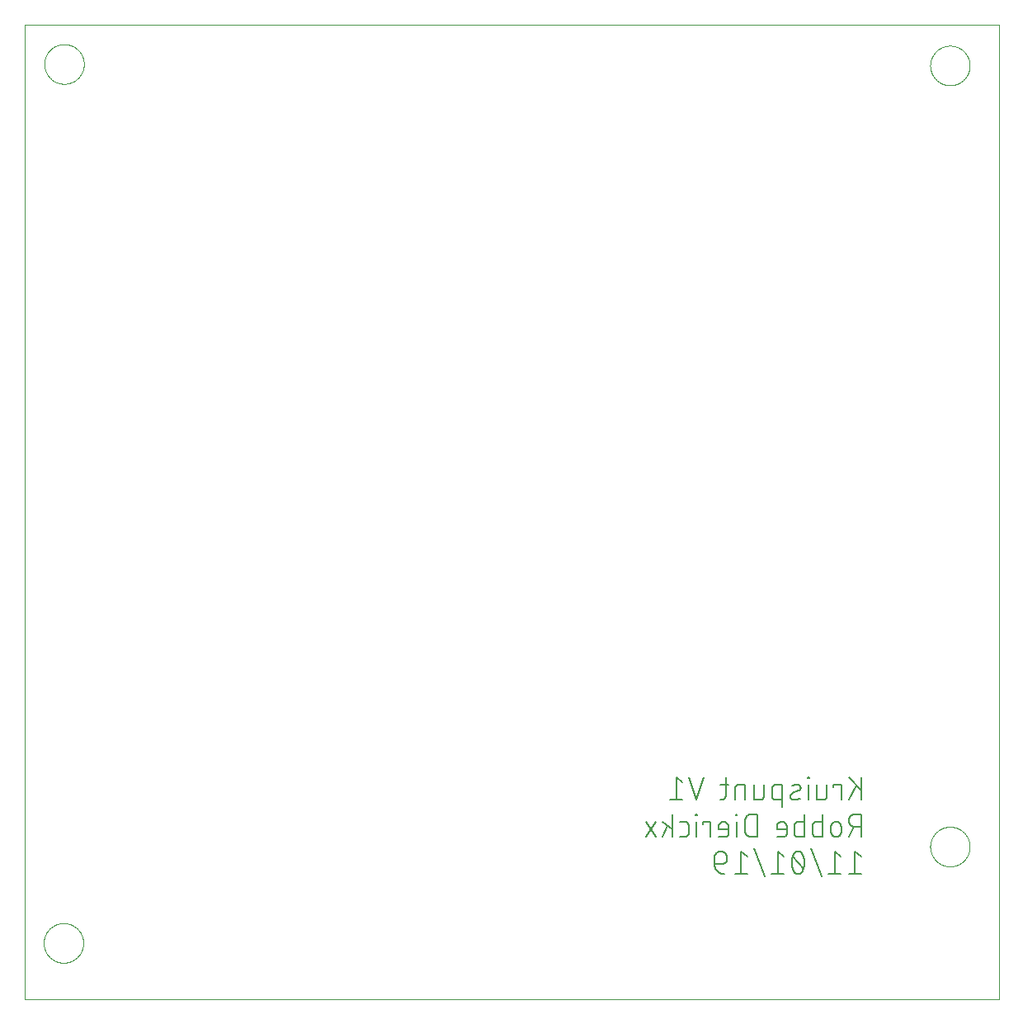
<source format=gbo>
G04 EAGLE Gerber X2 export*
%TF.Part,Single*%
%TF.FileFunction,Other,Silk bottom*%
%TF.FilePolarity,Positive*%
%TF.GenerationSoftware,Autodesk,EAGLE,9.1.2*%
%TF.CreationDate,2019-01-11T15:16:38Z*%
G75*
%MOMM*%
%FSLAX34Y34*%
%LPD*%
%AMOC8*
5,1,8,0,0,1.08239X$1,22.5*%
G01*
%ADD10C,0.000000*%
%ADD11C,0.203200*%


D10*
X0Y-187960D02*
X1000000Y-187960D01*
X1000000Y812700D01*
X0Y812700D01*
X0Y-187960D01*
D11*
X858984Y17216D02*
X858984Y40584D01*
X846002Y40584D02*
X858984Y26304D01*
X853791Y31496D02*
X846002Y17216D01*
X838283Y17216D02*
X838283Y32795D01*
X830493Y32795D01*
X830493Y30198D01*
X823731Y32795D02*
X823731Y21111D01*
X823732Y21111D02*
X823730Y20989D01*
X823724Y20866D01*
X823715Y20744D01*
X823701Y20623D01*
X823684Y20502D01*
X823663Y20381D01*
X823638Y20261D01*
X823610Y20142D01*
X823577Y20024D01*
X823541Y19907D01*
X823502Y19792D01*
X823458Y19677D01*
X823412Y19564D01*
X823361Y19453D01*
X823307Y19343D01*
X823250Y19235D01*
X823190Y19128D01*
X823126Y19024D01*
X823058Y18922D01*
X822988Y18822D01*
X822915Y18724D01*
X822838Y18628D01*
X822759Y18535D01*
X822676Y18445D01*
X822591Y18357D01*
X822503Y18272D01*
X822413Y18189D01*
X822320Y18110D01*
X822224Y18033D01*
X822126Y17960D01*
X822026Y17890D01*
X821924Y17822D01*
X821820Y17758D01*
X821713Y17698D01*
X821605Y17641D01*
X821495Y17587D01*
X821384Y17536D01*
X821271Y17490D01*
X821156Y17446D01*
X821041Y17407D01*
X820924Y17371D01*
X820806Y17338D01*
X820687Y17310D01*
X820567Y17285D01*
X820446Y17264D01*
X820325Y17247D01*
X820204Y17233D01*
X820082Y17224D01*
X819959Y17218D01*
X819837Y17216D01*
X813346Y17216D01*
X813346Y32795D01*
X804619Y32795D02*
X804619Y17216D01*
X805269Y39286D02*
X805269Y40584D01*
X803970Y40584D01*
X803970Y39286D01*
X805269Y39286D01*
X794642Y26304D02*
X788151Y23707D01*
X794642Y26304D02*
X794748Y26348D01*
X794853Y26397D01*
X794956Y26449D01*
X795057Y26504D01*
X795157Y26563D01*
X795254Y26625D01*
X795349Y26690D01*
X795441Y26759D01*
X795532Y26831D01*
X795619Y26905D01*
X795705Y26983D01*
X795787Y27064D01*
X795867Y27147D01*
X795943Y27233D01*
X796017Y27322D01*
X796088Y27413D01*
X796155Y27507D01*
X796219Y27603D01*
X796280Y27701D01*
X796338Y27800D01*
X796392Y27902D01*
X796442Y28006D01*
X796489Y28111D01*
X796533Y28218D01*
X796572Y28327D01*
X796608Y28436D01*
X796640Y28547D01*
X796669Y28659D01*
X796693Y28771D01*
X796714Y28885D01*
X796730Y28999D01*
X796743Y29114D01*
X796752Y29229D01*
X796757Y29344D01*
X796758Y29459D01*
X796755Y29574D01*
X796748Y29690D01*
X796737Y29804D01*
X796722Y29919D01*
X796703Y30032D01*
X796681Y30146D01*
X796654Y30258D01*
X796624Y30369D01*
X796590Y30479D01*
X796552Y30588D01*
X796511Y30696D01*
X796465Y30802D01*
X796416Y30906D01*
X796364Y31009D01*
X796308Y31110D01*
X796249Y31209D01*
X796186Y31306D01*
X796120Y31400D01*
X796051Y31493D01*
X795979Y31583D01*
X795904Y31670D01*
X795825Y31755D01*
X795744Y31837D01*
X795660Y31916D01*
X795574Y31992D01*
X795485Y32065D01*
X795393Y32135D01*
X795299Y32202D01*
X795203Y32266D01*
X795105Y32326D01*
X795005Y32383D01*
X794903Y32437D01*
X794799Y32487D01*
X794693Y32533D01*
X794586Y32576D01*
X794477Y32615D01*
X794368Y32650D01*
X794257Y32682D01*
X794145Y32710D01*
X794032Y32734D01*
X793918Y32754D01*
X793804Y32770D01*
X793690Y32782D01*
X793575Y32790D01*
X793459Y32794D01*
X793344Y32795D01*
X793344Y32794D02*
X792989Y32785D01*
X792635Y32767D01*
X792282Y32741D01*
X791929Y32706D01*
X791577Y32663D01*
X791226Y32611D01*
X790877Y32551D01*
X790529Y32482D01*
X790183Y32405D01*
X789839Y32320D01*
X789497Y32227D01*
X789158Y32125D01*
X788821Y32015D01*
X788486Y31898D01*
X788155Y31772D01*
X787827Y31638D01*
X787502Y31496D01*
X788151Y23707D02*
X788045Y23663D01*
X787940Y23614D01*
X787837Y23562D01*
X787736Y23507D01*
X787636Y23448D01*
X787539Y23386D01*
X787444Y23321D01*
X787352Y23252D01*
X787261Y23180D01*
X787174Y23106D01*
X787088Y23028D01*
X787006Y22947D01*
X786926Y22864D01*
X786850Y22778D01*
X786776Y22689D01*
X786705Y22598D01*
X786638Y22504D01*
X786574Y22408D01*
X786513Y22310D01*
X786455Y22211D01*
X786401Y22109D01*
X786351Y22005D01*
X786304Y21900D01*
X786260Y21793D01*
X786221Y21684D01*
X786185Y21575D01*
X786153Y21464D01*
X786124Y21352D01*
X786100Y21240D01*
X786079Y21126D01*
X786063Y21012D01*
X786050Y20897D01*
X786041Y20782D01*
X786036Y20667D01*
X786035Y20552D01*
X786038Y20437D01*
X786045Y20321D01*
X786056Y20207D01*
X786071Y20092D01*
X786090Y19979D01*
X786112Y19865D01*
X786139Y19753D01*
X786169Y19642D01*
X786203Y19532D01*
X786241Y19423D01*
X786282Y19315D01*
X786328Y19209D01*
X786377Y19105D01*
X786429Y19002D01*
X786485Y18901D01*
X786544Y18802D01*
X786607Y18705D01*
X786673Y18611D01*
X786742Y18518D01*
X786814Y18428D01*
X786889Y18341D01*
X786968Y18256D01*
X787049Y18174D01*
X787133Y18095D01*
X787219Y18019D01*
X787308Y17946D01*
X787400Y17876D01*
X787494Y17809D01*
X787590Y17745D01*
X787688Y17685D01*
X787788Y17628D01*
X787890Y17574D01*
X787994Y17524D01*
X788100Y17478D01*
X788207Y17435D01*
X788316Y17396D01*
X788425Y17361D01*
X788536Y17329D01*
X788648Y17301D01*
X788761Y17277D01*
X788875Y17257D01*
X788989Y17241D01*
X789103Y17229D01*
X789218Y17221D01*
X789334Y17217D01*
X789449Y17216D01*
X789970Y17230D01*
X790490Y17256D01*
X791009Y17294D01*
X791528Y17344D01*
X792045Y17407D01*
X792560Y17482D01*
X793073Y17569D01*
X793585Y17668D01*
X794093Y17780D01*
X794599Y17903D01*
X795102Y18038D01*
X795602Y18185D01*
X796098Y18344D01*
X796590Y18514D01*
X777747Y9427D02*
X777747Y32795D01*
X771256Y32795D01*
X771134Y32793D01*
X771011Y32787D01*
X770889Y32778D01*
X770768Y32764D01*
X770647Y32747D01*
X770526Y32726D01*
X770406Y32701D01*
X770287Y32673D01*
X770169Y32640D01*
X770052Y32604D01*
X769937Y32565D01*
X769822Y32521D01*
X769709Y32475D01*
X769598Y32424D01*
X769488Y32370D01*
X769380Y32313D01*
X769273Y32253D01*
X769169Y32189D01*
X769067Y32121D01*
X768967Y32051D01*
X768869Y31978D01*
X768773Y31901D01*
X768680Y31822D01*
X768590Y31739D01*
X768502Y31654D01*
X768417Y31566D01*
X768334Y31476D01*
X768255Y31383D01*
X768178Y31287D01*
X768105Y31189D01*
X768035Y31089D01*
X767967Y30987D01*
X767903Y30883D01*
X767843Y30776D01*
X767786Y30668D01*
X767732Y30558D01*
X767681Y30447D01*
X767635Y30334D01*
X767591Y30219D01*
X767552Y30104D01*
X767516Y29987D01*
X767483Y29869D01*
X767455Y29750D01*
X767430Y29630D01*
X767409Y29509D01*
X767392Y29388D01*
X767378Y29267D01*
X767369Y29145D01*
X767363Y29022D01*
X767361Y28900D01*
X767362Y28900D02*
X767362Y21111D01*
X767361Y21111D02*
X767363Y20989D01*
X767369Y20866D01*
X767378Y20744D01*
X767392Y20623D01*
X767409Y20502D01*
X767430Y20381D01*
X767455Y20261D01*
X767483Y20142D01*
X767516Y20024D01*
X767552Y19907D01*
X767591Y19792D01*
X767635Y19677D01*
X767681Y19564D01*
X767732Y19453D01*
X767786Y19343D01*
X767843Y19235D01*
X767903Y19128D01*
X767967Y19024D01*
X768035Y18922D01*
X768105Y18822D01*
X768178Y18724D01*
X768255Y18628D01*
X768334Y18535D01*
X768417Y18445D01*
X768502Y18357D01*
X768590Y18272D01*
X768680Y18189D01*
X768773Y18110D01*
X768869Y18033D01*
X768967Y17960D01*
X769067Y17890D01*
X769169Y17822D01*
X769273Y17758D01*
X769380Y17698D01*
X769488Y17641D01*
X769598Y17587D01*
X769709Y17536D01*
X769822Y17490D01*
X769937Y17446D01*
X770052Y17407D01*
X770169Y17371D01*
X770287Y17338D01*
X770406Y17310D01*
X770526Y17285D01*
X770647Y17264D01*
X770768Y17247D01*
X770889Y17233D01*
X771011Y17224D01*
X771134Y17218D01*
X771256Y17216D01*
X777747Y17216D01*
X759007Y21111D02*
X759007Y32795D01*
X759008Y21111D02*
X759006Y20989D01*
X759000Y20866D01*
X758991Y20744D01*
X758977Y20623D01*
X758960Y20502D01*
X758939Y20381D01*
X758914Y20261D01*
X758886Y20142D01*
X758853Y20024D01*
X758817Y19907D01*
X758778Y19792D01*
X758734Y19677D01*
X758688Y19564D01*
X758637Y19453D01*
X758583Y19343D01*
X758526Y19235D01*
X758466Y19128D01*
X758402Y19024D01*
X758334Y18922D01*
X758264Y18822D01*
X758191Y18724D01*
X758114Y18628D01*
X758035Y18535D01*
X757952Y18445D01*
X757867Y18357D01*
X757779Y18272D01*
X757689Y18189D01*
X757596Y18110D01*
X757500Y18033D01*
X757402Y17960D01*
X757302Y17890D01*
X757200Y17822D01*
X757096Y17758D01*
X756989Y17698D01*
X756881Y17641D01*
X756771Y17587D01*
X756660Y17536D01*
X756547Y17490D01*
X756432Y17446D01*
X756317Y17407D01*
X756200Y17371D01*
X756082Y17338D01*
X755963Y17310D01*
X755843Y17285D01*
X755722Y17264D01*
X755601Y17247D01*
X755480Y17233D01*
X755358Y17224D01*
X755235Y17218D01*
X755113Y17216D01*
X748622Y17216D01*
X748622Y32795D01*
X739521Y32795D02*
X739521Y17216D01*
X739521Y32795D02*
X733029Y32795D01*
X732907Y32793D01*
X732784Y32787D01*
X732662Y32778D01*
X732541Y32764D01*
X732420Y32747D01*
X732299Y32726D01*
X732179Y32701D01*
X732060Y32673D01*
X731942Y32640D01*
X731825Y32604D01*
X731710Y32565D01*
X731595Y32521D01*
X731482Y32475D01*
X731371Y32424D01*
X731261Y32370D01*
X731153Y32313D01*
X731046Y32253D01*
X730942Y32189D01*
X730840Y32121D01*
X730740Y32051D01*
X730642Y31978D01*
X730546Y31901D01*
X730453Y31822D01*
X730363Y31739D01*
X730275Y31654D01*
X730190Y31566D01*
X730107Y31476D01*
X730028Y31383D01*
X729951Y31287D01*
X729878Y31189D01*
X729808Y31089D01*
X729740Y30987D01*
X729676Y30883D01*
X729616Y30776D01*
X729559Y30668D01*
X729505Y30558D01*
X729454Y30447D01*
X729408Y30334D01*
X729364Y30219D01*
X729325Y30104D01*
X729289Y29987D01*
X729256Y29869D01*
X729228Y29750D01*
X729203Y29630D01*
X729182Y29509D01*
X729165Y29388D01*
X729151Y29267D01*
X729142Y29145D01*
X729136Y29022D01*
X729134Y28900D01*
X729135Y28900D02*
X729135Y17216D01*
X722299Y32795D02*
X714510Y32795D01*
X719703Y40584D02*
X719703Y21111D01*
X719701Y20989D01*
X719695Y20866D01*
X719686Y20744D01*
X719672Y20623D01*
X719655Y20502D01*
X719634Y20381D01*
X719609Y20261D01*
X719581Y20142D01*
X719548Y20024D01*
X719512Y19907D01*
X719473Y19792D01*
X719429Y19677D01*
X719383Y19564D01*
X719332Y19453D01*
X719278Y19343D01*
X719221Y19235D01*
X719161Y19128D01*
X719097Y19024D01*
X719029Y18922D01*
X718959Y18822D01*
X718886Y18724D01*
X718809Y18628D01*
X718730Y18535D01*
X718647Y18445D01*
X718562Y18357D01*
X718474Y18272D01*
X718384Y18189D01*
X718291Y18110D01*
X718195Y18033D01*
X718097Y17960D01*
X717997Y17890D01*
X717895Y17822D01*
X717791Y17758D01*
X717684Y17698D01*
X717576Y17641D01*
X717466Y17587D01*
X717355Y17536D01*
X717242Y17490D01*
X717127Y17446D01*
X717012Y17407D01*
X716895Y17371D01*
X716777Y17338D01*
X716658Y17310D01*
X716538Y17285D01*
X716417Y17264D01*
X716296Y17247D01*
X716175Y17233D01*
X716053Y17224D01*
X715930Y17218D01*
X715808Y17216D01*
X714510Y17216D01*
X689786Y17216D02*
X697576Y40584D01*
X681997Y40584D02*
X689786Y17216D01*
X675399Y35391D02*
X668908Y40584D01*
X668908Y17216D01*
X675399Y17216D02*
X662417Y17216D01*
X858984Y2484D02*
X858984Y-20884D01*
X858984Y2484D02*
X852493Y2484D01*
X852334Y2482D01*
X852175Y2476D01*
X852015Y2466D01*
X851857Y2453D01*
X851698Y2435D01*
X851541Y2414D01*
X851383Y2388D01*
X851227Y2359D01*
X851071Y2326D01*
X850916Y2289D01*
X850762Y2249D01*
X850609Y2204D01*
X850457Y2156D01*
X850306Y2105D01*
X850157Y2049D01*
X850009Y1990D01*
X849863Y1927D01*
X849718Y1861D01*
X849575Y1791D01*
X849433Y1718D01*
X849294Y1641D01*
X849156Y1561D01*
X849020Y1477D01*
X848887Y1390D01*
X848755Y1300D01*
X848626Y1207D01*
X848500Y1110D01*
X848375Y1011D01*
X848253Y908D01*
X848134Y803D01*
X848017Y694D01*
X847903Y583D01*
X847792Y469D01*
X847683Y352D01*
X847578Y233D01*
X847475Y111D01*
X847376Y-14D01*
X847279Y-140D01*
X847186Y-269D01*
X847096Y-401D01*
X847009Y-534D01*
X846925Y-670D01*
X846845Y-808D01*
X846768Y-947D01*
X846695Y-1089D01*
X846625Y-1232D01*
X846559Y-1377D01*
X846496Y-1523D01*
X846437Y-1671D01*
X846381Y-1820D01*
X846330Y-1971D01*
X846282Y-2123D01*
X846237Y-2276D01*
X846197Y-2430D01*
X846160Y-2585D01*
X846127Y-2741D01*
X846098Y-2897D01*
X846072Y-3055D01*
X846051Y-3212D01*
X846033Y-3371D01*
X846020Y-3529D01*
X846010Y-3689D01*
X846004Y-3848D01*
X846002Y-4007D01*
X846004Y-4166D01*
X846010Y-4325D01*
X846020Y-4485D01*
X846033Y-4643D01*
X846051Y-4802D01*
X846072Y-4959D01*
X846098Y-5117D01*
X846127Y-5273D01*
X846160Y-5429D01*
X846197Y-5584D01*
X846237Y-5738D01*
X846282Y-5891D01*
X846330Y-6043D01*
X846381Y-6194D01*
X846437Y-6343D01*
X846496Y-6491D01*
X846559Y-6637D01*
X846625Y-6782D01*
X846695Y-6925D01*
X846768Y-7067D01*
X846845Y-7206D01*
X846925Y-7344D01*
X847009Y-7480D01*
X847096Y-7613D01*
X847186Y-7745D01*
X847279Y-7874D01*
X847376Y-8000D01*
X847475Y-8125D01*
X847578Y-8247D01*
X847683Y-8366D01*
X847792Y-8483D01*
X847903Y-8597D01*
X848017Y-8708D01*
X848134Y-8817D01*
X848253Y-8922D01*
X848375Y-9025D01*
X848500Y-9124D01*
X848626Y-9221D01*
X848755Y-9314D01*
X848887Y-9404D01*
X849020Y-9491D01*
X849156Y-9575D01*
X849294Y-9655D01*
X849433Y-9732D01*
X849575Y-9805D01*
X849718Y-9875D01*
X849863Y-9941D01*
X850009Y-10004D01*
X850157Y-10063D01*
X850306Y-10119D01*
X850457Y-10170D01*
X850609Y-10218D01*
X850762Y-10263D01*
X850916Y-10303D01*
X851071Y-10340D01*
X851227Y-10373D01*
X851383Y-10402D01*
X851541Y-10428D01*
X851698Y-10449D01*
X851857Y-10467D01*
X852015Y-10480D01*
X852175Y-10490D01*
X852334Y-10496D01*
X852493Y-10498D01*
X858984Y-10498D01*
X851195Y-10498D02*
X846002Y-20884D01*
X838263Y-15691D02*
X838263Y-10498D01*
X838261Y-10355D01*
X838255Y-10212D01*
X838245Y-10069D01*
X838231Y-9927D01*
X838214Y-9785D01*
X838192Y-9643D01*
X838167Y-9502D01*
X838137Y-9362D01*
X838104Y-9223D01*
X838067Y-9085D01*
X838026Y-8948D01*
X837982Y-8812D01*
X837933Y-8677D01*
X837881Y-8544D01*
X837826Y-8412D01*
X837766Y-8282D01*
X837703Y-8153D01*
X837637Y-8026D01*
X837567Y-7902D01*
X837494Y-7779D01*
X837417Y-7658D01*
X837337Y-7539D01*
X837254Y-7423D01*
X837168Y-7308D01*
X837079Y-7197D01*
X836986Y-7087D01*
X836891Y-6981D01*
X836792Y-6877D01*
X836691Y-6776D01*
X836587Y-6677D01*
X836481Y-6582D01*
X836371Y-6489D01*
X836260Y-6400D01*
X836145Y-6314D01*
X836029Y-6231D01*
X835910Y-6151D01*
X835789Y-6074D01*
X835667Y-6001D01*
X835542Y-5931D01*
X835415Y-5865D01*
X835286Y-5802D01*
X835156Y-5742D01*
X835024Y-5687D01*
X834891Y-5635D01*
X834756Y-5586D01*
X834620Y-5542D01*
X834483Y-5501D01*
X834345Y-5464D01*
X834206Y-5431D01*
X834066Y-5401D01*
X833925Y-5376D01*
X833783Y-5354D01*
X833641Y-5337D01*
X833499Y-5323D01*
X833356Y-5313D01*
X833213Y-5307D01*
X833070Y-5305D01*
X832927Y-5307D01*
X832784Y-5313D01*
X832641Y-5323D01*
X832499Y-5337D01*
X832357Y-5354D01*
X832215Y-5376D01*
X832074Y-5401D01*
X831934Y-5431D01*
X831795Y-5464D01*
X831657Y-5501D01*
X831520Y-5542D01*
X831384Y-5586D01*
X831249Y-5635D01*
X831116Y-5687D01*
X830984Y-5742D01*
X830854Y-5802D01*
X830725Y-5865D01*
X830598Y-5931D01*
X830474Y-6001D01*
X830351Y-6074D01*
X830230Y-6151D01*
X830111Y-6231D01*
X829995Y-6314D01*
X829880Y-6400D01*
X829769Y-6489D01*
X829659Y-6582D01*
X829553Y-6677D01*
X829449Y-6776D01*
X829348Y-6877D01*
X829249Y-6981D01*
X829154Y-7087D01*
X829061Y-7197D01*
X828972Y-7308D01*
X828886Y-7423D01*
X828803Y-7539D01*
X828723Y-7658D01*
X828646Y-7779D01*
X828573Y-7901D01*
X828503Y-8026D01*
X828437Y-8153D01*
X828374Y-8282D01*
X828314Y-8412D01*
X828259Y-8544D01*
X828207Y-8677D01*
X828158Y-8812D01*
X828114Y-8948D01*
X828073Y-9085D01*
X828036Y-9223D01*
X828003Y-9362D01*
X827973Y-9502D01*
X827948Y-9643D01*
X827926Y-9785D01*
X827909Y-9927D01*
X827895Y-10069D01*
X827885Y-10212D01*
X827879Y-10355D01*
X827877Y-10498D01*
X827877Y-15691D01*
X827879Y-15834D01*
X827885Y-15977D01*
X827895Y-16120D01*
X827909Y-16262D01*
X827926Y-16404D01*
X827948Y-16546D01*
X827973Y-16687D01*
X828003Y-16827D01*
X828036Y-16966D01*
X828073Y-17104D01*
X828114Y-17241D01*
X828158Y-17377D01*
X828207Y-17512D01*
X828259Y-17645D01*
X828314Y-17777D01*
X828374Y-17907D01*
X828437Y-18036D01*
X828503Y-18163D01*
X828573Y-18287D01*
X828646Y-18410D01*
X828723Y-18531D01*
X828803Y-18650D01*
X828886Y-18766D01*
X828972Y-18881D01*
X829061Y-18992D01*
X829154Y-19102D01*
X829249Y-19208D01*
X829348Y-19312D01*
X829449Y-19413D01*
X829553Y-19512D01*
X829659Y-19607D01*
X829769Y-19700D01*
X829880Y-19789D01*
X829995Y-19875D01*
X830111Y-19958D01*
X830230Y-20038D01*
X830351Y-20115D01*
X830474Y-20188D01*
X830598Y-20258D01*
X830725Y-20324D01*
X830854Y-20387D01*
X830984Y-20447D01*
X831116Y-20502D01*
X831249Y-20554D01*
X831384Y-20603D01*
X831520Y-20647D01*
X831657Y-20688D01*
X831795Y-20725D01*
X831934Y-20758D01*
X832074Y-20788D01*
X832215Y-20813D01*
X832357Y-20835D01*
X832499Y-20852D01*
X832641Y-20866D01*
X832784Y-20876D01*
X832927Y-20882D01*
X833070Y-20884D01*
X833213Y-20882D01*
X833356Y-20876D01*
X833499Y-20866D01*
X833641Y-20852D01*
X833783Y-20835D01*
X833925Y-20813D01*
X834066Y-20788D01*
X834206Y-20758D01*
X834345Y-20725D01*
X834483Y-20688D01*
X834620Y-20647D01*
X834756Y-20603D01*
X834891Y-20554D01*
X835024Y-20502D01*
X835156Y-20447D01*
X835286Y-20387D01*
X835415Y-20324D01*
X835542Y-20258D01*
X835666Y-20188D01*
X835789Y-20115D01*
X835910Y-20038D01*
X836029Y-19958D01*
X836145Y-19875D01*
X836260Y-19789D01*
X836371Y-19700D01*
X836481Y-19607D01*
X836587Y-19512D01*
X836691Y-19413D01*
X836792Y-19312D01*
X836891Y-19208D01*
X836986Y-19102D01*
X837079Y-18992D01*
X837168Y-18881D01*
X837254Y-18766D01*
X837337Y-18650D01*
X837417Y-18531D01*
X837494Y-18410D01*
X837567Y-18288D01*
X837637Y-18163D01*
X837703Y-18036D01*
X837766Y-17907D01*
X837826Y-17777D01*
X837881Y-17645D01*
X837933Y-17512D01*
X837982Y-17377D01*
X838026Y-17241D01*
X838067Y-17104D01*
X838104Y-16966D01*
X838137Y-16827D01*
X838167Y-16687D01*
X838192Y-16546D01*
X838214Y-16404D01*
X838231Y-16262D01*
X838245Y-16120D01*
X838255Y-15977D01*
X838261Y-15834D01*
X838263Y-15691D01*
X819421Y-20884D02*
X819421Y2484D01*
X819421Y-20884D02*
X812930Y-20884D01*
X812808Y-20882D01*
X812685Y-20876D01*
X812563Y-20867D01*
X812442Y-20853D01*
X812321Y-20836D01*
X812200Y-20815D01*
X812080Y-20790D01*
X811961Y-20762D01*
X811843Y-20729D01*
X811726Y-20693D01*
X811611Y-20654D01*
X811496Y-20610D01*
X811383Y-20564D01*
X811272Y-20513D01*
X811162Y-20459D01*
X811054Y-20402D01*
X810947Y-20342D01*
X810843Y-20278D01*
X810741Y-20210D01*
X810641Y-20140D01*
X810543Y-20067D01*
X810447Y-19990D01*
X810354Y-19911D01*
X810264Y-19828D01*
X810176Y-19743D01*
X810091Y-19655D01*
X810008Y-19565D01*
X809929Y-19472D01*
X809852Y-19376D01*
X809779Y-19278D01*
X809709Y-19178D01*
X809641Y-19076D01*
X809577Y-18972D01*
X809517Y-18865D01*
X809460Y-18757D01*
X809406Y-18647D01*
X809355Y-18536D01*
X809309Y-18423D01*
X809265Y-18308D01*
X809226Y-18193D01*
X809190Y-18076D01*
X809157Y-17958D01*
X809129Y-17839D01*
X809104Y-17719D01*
X809083Y-17598D01*
X809066Y-17477D01*
X809052Y-17356D01*
X809043Y-17234D01*
X809037Y-17111D01*
X809035Y-16989D01*
X809035Y-9200D01*
X809037Y-9078D01*
X809043Y-8955D01*
X809052Y-8833D01*
X809066Y-8712D01*
X809083Y-8591D01*
X809104Y-8470D01*
X809129Y-8350D01*
X809157Y-8231D01*
X809190Y-8113D01*
X809226Y-7996D01*
X809265Y-7881D01*
X809309Y-7766D01*
X809355Y-7653D01*
X809406Y-7542D01*
X809460Y-7432D01*
X809517Y-7324D01*
X809577Y-7217D01*
X809641Y-7113D01*
X809709Y-7011D01*
X809779Y-6911D01*
X809852Y-6813D01*
X809929Y-6717D01*
X810008Y-6624D01*
X810091Y-6534D01*
X810176Y-6446D01*
X810264Y-6361D01*
X810354Y-6278D01*
X810447Y-6199D01*
X810543Y-6122D01*
X810641Y-6049D01*
X810741Y-5979D01*
X810843Y-5911D01*
X810947Y-5847D01*
X811054Y-5787D01*
X811162Y-5730D01*
X811272Y-5676D01*
X811383Y-5625D01*
X811496Y-5579D01*
X811611Y-5535D01*
X811726Y-5496D01*
X811843Y-5460D01*
X811961Y-5427D01*
X812080Y-5399D01*
X812200Y-5374D01*
X812321Y-5353D01*
X812442Y-5336D01*
X812563Y-5322D01*
X812685Y-5313D01*
X812808Y-5307D01*
X812930Y-5305D01*
X819421Y-5305D01*
X800630Y2484D02*
X800630Y-20884D01*
X794139Y-20884D01*
X794017Y-20882D01*
X793894Y-20876D01*
X793772Y-20867D01*
X793651Y-20853D01*
X793530Y-20836D01*
X793409Y-20815D01*
X793289Y-20790D01*
X793170Y-20762D01*
X793052Y-20729D01*
X792935Y-20693D01*
X792820Y-20654D01*
X792705Y-20610D01*
X792592Y-20564D01*
X792481Y-20513D01*
X792371Y-20459D01*
X792263Y-20402D01*
X792156Y-20342D01*
X792052Y-20278D01*
X791950Y-20210D01*
X791850Y-20140D01*
X791752Y-20067D01*
X791656Y-19990D01*
X791563Y-19911D01*
X791473Y-19828D01*
X791385Y-19743D01*
X791300Y-19655D01*
X791217Y-19565D01*
X791138Y-19472D01*
X791061Y-19376D01*
X790988Y-19278D01*
X790918Y-19178D01*
X790850Y-19076D01*
X790786Y-18972D01*
X790726Y-18865D01*
X790669Y-18757D01*
X790615Y-18647D01*
X790564Y-18536D01*
X790518Y-18423D01*
X790474Y-18308D01*
X790435Y-18193D01*
X790399Y-18076D01*
X790366Y-17958D01*
X790338Y-17839D01*
X790313Y-17719D01*
X790292Y-17598D01*
X790275Y-17477D01*
X790261Y-17356D01*
X790252Y-17234D01*
X790246Y-17111D01*
X790244Y-16989D01*
X790244Y-9200D01*
X790246Y-9078D01*
X790252Y-8955D01*
X790261Y-8833D01*
X790275Y-8712D01*
X790292Y-8591D01*
X790313Y-8470D01*
X790338Y-8350D01*
X790366Y-8231D01*
X790399Y-8113D01*
X790435Y-7996D01*
X790474Y-7881D01*
X790518Y-7766D01*
X790564Y-7653D01*
X790615Y-7542D01*
X790669Y-7432D01*
X790726Y-7324D01*
X790786Y-7217D01*
X790850Y-7113D01*
X790918Y-7011D01*
X790988Y-6911D01*
X791061Y-6813D01*
X791138Y-6717D01*
X791217Y-6624D01*
X791300Y-6534D01*
X791385Y-6446D01*
X791473Y-6361D01*
X791563Y-6278D01*
X791656Y-6199D01*
X791752Y-6122D01*
X791850Y-6049D01*
X791950Y-5979D01*
X792052Y-5911D01*
X792156Y-5847D01*
X792263Y-5787D01*
X792371Y-5730D01*
X792481Y-5676D01*
X792592Y-5625D01*
X792705Y-5579D01*
X792820Y-5535D01*
X792935Y-5496D01*
X793052Y-5460D01*
X793170Y-5427D01*
X793289Y-5399D01*
X793409Y-5374D01*
X793530Y-5353D01*
X793651Y-5336D01*
X793772Y-5322D01*
X793894Y-5313D01*
X794017Y-5307D01*
X794139Y-5305D01*
X800630Y-5305D01*
X778691Y-20884D02*
X772200Y-20884D01*
X778691Y-20884D02*
X778813Y-20882D01*
X778936Y-20876D01*
X779058Y-20867D01*
X779179Y-20853D01*
X779300Y-20836D01*
X779421Y-20815D01*
X779541Y-20790D01*
X779660Y-20762D01*
X779778Y-20729D01*
X779895Y-20693D01*
X780010Y-20654D01*
X780125Y-20610D01*
X780238Y-20564D01*
X780349Y-20513D01*
X780459Y-20459D01*
X780567Y-20402D01*
X780674Y-20342D01*
X780778Y-20278D01*
X780880Y-20210D01*
X780980Y-20140D01*
X781078Y-20067D01*
X781174Y-19990D01*
X781267Y-19911D01*
X781357Y-19828D01*
X781445Y-19743D01*
X781530Y-19655D01*
X781613Y-19565D01*
X781692Y-19472D01*
X781769Y-19376D01*
X781842Y-19278D01*
X781912Y-19178D01*
X781980Y-19076D01*
X782044Y-18972D01*
X782104Y-18865D01*
X782161Y-18757D01*
X782215Y-18647D01*
X782266Y-18536D01*
X782312Y-18423D01*
X782356Y-18308D01*
X782395Y-18193D01*
X782431Y-18076D01*
X782464Y-17958D01*
X782492Y-17839D01*
X782517Y-17719D01*
X782538Y-17598D01*
X782555Y-17477D01*
X782569Y-17356D01*
X782578Y-17234D01*
X782584Y-17111D01*
X782586Y-16989D01*
X782586Y-10498D01*
X782584Y-10355D01*
X782578Y-10212D01*
X782568Y-10069D01*
X782554Y-9927D01*
X782537Y-9785D01*
X782515Y-9643D01*
X782490Y-9502D01*
X782460Y-9362D01*
X782427Y-9223D01*
X782390Y-9085D01*
X782349Y-8948D01*
X782305Y-8812D01*
X782256Y-8677D01*
X782204Y-8544D01*
X782149Y-8412D01*
X782089Y-8282D01*
X782026Y-8153D01*
X781960Y-8026D01*
X781890Y-7902D01*
X781817Y-7779D01*
X781740Y-7658D01*
X781660Y-7539D01*
X781577Y-7423D01*
X781491Y-7308D01*
X781402Y-7197D01*
X781309Y-7087D01*
X781214Y-6981D01*
X781115Y-6877D01*
X781014Y-6776D01*
X780910Y-6677D01*
X780804Y-6582D01*
X780694Y-6489D01*
X780583Y-6400D01*
X780468Y-6314D01*
X780352Y-6231D01*
X780233Y-6151D01*
X780112Y-6074D01*
X779990Y-6001D01*
X779865Y-5931D01*
X779738Y-5865D01*
X779609Y-5802D01*
X779479Y-5742D01*
X779347Y-5687D01*
X779214Y-5635D01*
X779079Y-5586D01*
X778943Y-5542D01*
X778806Y-5501D01*
X778668Y-5464D01*
X778529Y-5431D01*
X778389Y-5401D01*
X778248Y-5376D01*
X778106Y-5354D01*
X777964Y-5337D01*
X777822Y-5323D01*
X777679Y-5313D01*
X777536Y-5307D01*
X777393Y-5305D01*
X777250Y-5307D01*
X777107Y-5313D01*
X776964Y-5323D01*
X776822Y-5337D01*
X776680Y-5354D01*
X776538Y-5376D01*
X776397Y-5401D01*
X776257Y-5431D01*
X776118Y-5464D01*
X775980Y-5501D01*
X775843Y-5542D01*
X775707Y-5586D01*
X775572Y-5635D01*
X775439Y-5687D01*
X775307Y-5742D01*
X775177Y-5802D01*
X775048Y-5865D01*
X774921Y-5931D01*
X774797Y-6001D01*
X774674Y-6074D01*
X774553Y-6151D01*
X774434Y-6231D01*
X774318Y-6314D01*
X774203Y-6400D01*
X774092Y-6489D01*
X773982Y-6582D01*
X773876Y-6677D01*
X773772Y-6776D01*
X773671Y-6877D01*
X773572Y-6981D01*
X773477Y-7087D01*
X773384Y-7197D01*
X773295Y-7308D01*
X773209Y-7423D01*
X773126Y-7539D01*
X773046Y-7658D01*
X772969Y-7779D01*
X772896Y-7901D01*
X772826Y-8026D01*
X772760Y-8153D01*
X772697Y-8282D01*
X772637Y-8412D01*
X772582Y-8544D01*
X772530Y-8677D01*
X772481Y-8812D01*
X772437Y-8948D01*
X772396Y-9085D01*
X772359Y-9223D01*
X772326Y-9362D01*
X772296Y-9502D01*
X772271Y-9643D01*
X772249Y-9785D01*
X772232Y-9927D01*
X772218Y-10069D01*
X772208Y-10212D01*
X772202Y-10355D01*
X772200Y-10498D01*
X772200Y-13095D01*
X782586Y-13095D01*
X752566Y-20884D02*
X752566Y2484D01*
X746075Y2484D01*
X745916Y2482D01*
X745757Y2476D01*
X745597Y2466D01*
X745439Y2453D01*
X745280Y2435D01*
X745123Y2414D01*
X744965Y2388D01*
X744809Y2359D01*
X744653Y2326D01*
X744498Y2289D01*
X744344Y2249D01*
X744191Y2204D01*
X744039Y2156D01*
X743888Y2105D01*
X743739Y2049D01*
X743591Y1990D01*
X743445Y1927D01*
X743300Y1861D01*
X743157Y1791D01*
X743015Y1718D01*
X742876Y1641D01*
X742738Y1561D01*
X742602Y1477D01*
X742469Y1390D01*
X742337Y1300D01*
X742208Y1207D01*
X742082Y1110D01*
X741957Y1011D01*
X741835Y908D01*
X741716Y803D01*
X741599Y694D01*
X741485Y583D01*
X741374Y469D01*
X741265Y352D01*
X741160Y233D01*
X741057Y111D01*
X740958Y-14D01*
X740861Y-140D01*
X740768Y-269D01*
X740678Y-401D01*
X740591Y-534D01*
X740507Y-670D01*
X740427Y-808D01*
X740350Y-947D01*
X740277Y-1089D01*
X740207Y-1232D01*
X740141Y-1377D01*
X740078Y-1523D01*
X740019Y-1671D01*
X739963Y-1820D01*
X739912Y-1971D01*
X739864Y-2123D01*
X739819Y-2276D01*
X739779Y-2430D01*
X739742Y-2585D01*
X739709Y-2741D01*
X739680Y-2897D01*
X739654Y-3055D01*
X739633Y-3212D01*
X739615Y-3371D01*
X739602Y-3529D01*
X739592Y-3689D01*
X739586Y-3848D01*
X739584Y-4007D01*
X739584Y-14393D01*
X739586Y-14552D01*
X739592Y-14711D01*
X739602Y-14871D01*
X739615Y-15029D01*
X739633Y-15188D01*
X739654Y-15345D01*
X739680Y-15503D01*
X739709Y-15659D01*
X739742Y-15815D01*
X739779Y-15970D01*
X739819Y-16124D01*
X739864Y-16277D01*
X739912Y-16429D01*
X739963Y-16580D01*
X740019Y-16729D01*
X740078Y-16877D01*
X740141Y-17023D01*
X740207Y-17168D01*
X740277Y-17311D01*
X740350Y-17453D01*
X740427Y-17592D01*
X740507Y-17730D01*
X740591Y-17866D01*
X740678Y-17999D01*
X740768Y-18131D01*
X740861Y-18260D01*
X740958Y-18386D01*
X741057Y-18511D01*
X741160Y-18633D01*
X741265Y-18752D01*
X741374Y-18869D01*
X741485Y-18983D01*
X741599Y-19094D01*
X741716Y-19203D01*
X741835Y-19308D01*
X741957Y-19411D01*
X742082Y-19510D01*
X742208Y-19607D01*
X742337Y-19700D01*
X742469Y-19790D01*
X742602Y-19877D01*
X742738Y-19961D01*
X742876Y-20041D01*
X743015Y-20118D01*
X743157Y-20191D01*
X743300Y-20261D01*
X743445Y-20327D01*
X743591Y-20390D01*
X743739Y-20449D01*
X743888Y-20505D01*
X744039Y-20556D01*
X744191Y-20605D01*
X744344Y-20649D01*
X744498Y-20689D01*
X744653Y-20726D01*
X744809Y-20759D01*
X744965Y-20788D01*
X745123Y-20814D01*
X745280Y-20835D01*
X745439Y-20853D01*
X745598Y-20866D01*
X745757Y-20876D01*
X745916Y-20882D01*
X746075Y-20884D01*
X752566Y-20884D01*
X730764Y-20884D02*
X730764Y-5305D01*
X731413Y1186D02*
X731413Y2484D01*
X730115Y2484D01*
X730115Y1186D01*
X731413Y1186D01*
X718839Y-20884D02*
X712348Y-20884D01*
X718839Y-20884D02*
X718961Y-20882D01*
X719084Y-20876D01*
X719206Y-20867D01*
X719327Y-20853D01*
X719448Y-20836D01*
X719569Y-20815D01*
X719689Y-20790D01*
X719808Y-20762D01*
X719926Y-20729D01*
X720043Y-20693D01*
X720158Y-20654D01*
X720273Y-20610D01*
X720386Y-20564D01*
X720497Y-20513D01*
X720607Y-20459D01*
X720715Y-20402D01*
X720822Y-20342D01*
X720926Y-20278D01*
X721028Y-20210D01*
X721128Y-20140D01*
X721226Y-20067D01*
X721322Y-19990D01*
X721415Y-19911D01*
X721505Y-19828D01*
X721593Y-19743D01*
X721678Y-19655D01*
X721761Y-19565D01*
X721840Y-19472D01*
X721917Y-19376D01*
X721990Y-19278D01*
X722060Y-19178D01*
X722128Y-19076D01*
X722192Y-18972D01*
X722252Y-18865D01*
X722309Y-18757D01*
X722363Y-18647D01*
X722414Y-18536D01*
X722460Y-18423D01*
X722504Y-18308D01*
X722543Y-18193D01*
X722579Y-18076D01*
X722612Y-17958D01*
X722640Y-17839D01*
X722665Y-17719D01*
X722686Y-17598D01*
X722703Y-17477D01*
X722717Y-17356D01*
X722726Y-17234D01*
X722732Y-17111D01*
X722734Y-16989D01*
X722734Y-10498D01*
X722732Y-10355D01*
X722726Y-10212D01*
X722716Y-10069D01*
X722702Y-9927D01*
X722685Y-9785D01*
X722663Y-9643D01*
X722638Y-9502D01*
X722608Y-9362D01*
X722575Y-9223D01*
X722538Y-9085D01*
X722497Y-8948D01*
X722453Y-8812D01*
X722404Y-8677D01*
X722352Y-8544D01*
X722297Y-8412D01*
X722237Y-8282D01*
X722174Y-8153D01*
X722108Y-8026D01*
X722038Y-7902D01*
X721965Y-7779D01*
X721888Y-7658D01*
X721808Y-7539D01*
X721725Y-7423D01*
X721639Y-7308D01*
X721550Y-7197D01*
X721457Y-7087D01*
X721362Y-6981D01*
X721263Y-6877D01*
X721162Y-6776D01*
X721058Y-6677D01*
X720952Y-6582D01*
X720842Y-6489D01*
X720731Y-6400D01*
X720616Y-6314D01*
X720500Y-6231D01*
X720381Y-6151D01*
X720260Y-6074D01*
X720138Y-6001D01*
X720013Y-5931D01*
X719886Y-5865D01*
X719757Y-5802D01*
X719627Y-5742D01*
X719495Y-5687D01*
X719362Y-5635D01*
X719227Y-5586D01*
X719091Y-5542D01*
X718954Y-5501D01*
X718816Y-5464D01*
X718677Y-5431D01*
X718537Y-5401D01*
X718396Y-5376D01*
X718254Y-5354D01*
X718112Y-5337D01*
X717970Y-5323D01*
X717827Y-5313D01*
X717684Y-5307D01*
X717541Y-5305D01*
X717398Y-5307D01*
X717255Y-5313D01*
X717112Y-5323D01*
X716970Y-5337D01*
X716828Y-5354D01*
X716686Y-5376D01*
X716545Y-5401D01*
X716405Y-5431D01*
X716266Y-5464D01*
X716128Y-5501D01*
X715991Y-5542D01*
X715855Y-5586D01*
X715720Y-5635D01*
X715587Y-5687D01*
X715455Y-5742D01*
X715325Y-5802D01*
X715196Y-5865D01*
X715069Y-5931D01*
X714945Y-6001D01*
X714822Y-6074D01*
X714701Y-6151D01*
X714582Y-6231D01*
X714466Y-6314D01*
X714351Y-6400D01*
X714240Y-6489D01*
X714130Y-6582D01*
X714024Y-6677D01*
X713920Y-6776D01*
X713819Y-6877D01*
X713720Y-6981D01*
X713625Y-7087D01*
X713532Y-7197D01*
X713443Y-7308D01*
X713357Y-7423D01*
X713274Y-7539D01*
X713194Y-7658D01*
X713117Y-7779D01*
X713044Y-7901D01*
X712974Y-8026D01*
X712908Y-8153D01*
X712845Y-8282D01*
X712785Y-8412D01*
X712730Y-8544D01*
X712678Y-8677D01*
X712629Y-8812D01*
X712585Y-8948D01*
X712544Y-9085D01*
X712507Y-9223D01*
X712474Y-9362D01*
X712444Y-9502D01*
X712419Y-9643D01*
X712397Y-9785D01*
X712380Y-9927D01*
X712366Y-10069D01*
X712356Y-10212D01*
X712350Y-10355D01*
X712348Y-10498D01*
X712348Y-13095D01*
X722734Y-13095D01*
X703879Y-20884D02*
X703879Y-5305D01*
X696090Y-5305D01*
X696090Y-7902D01*
X689702Y-5305D02*
X689702Y-20884D01*
X690352Y1186D02*
X690352Y2484D01*
X689053Y2484D01*
X689053Y1186D01*
X690352Y1186D01*
X677763Y-20884D02*
X672570Y-20884D01*
X677763Y-20884D02*
X677885Y-20882D01*
X678008Y-20876D01*
X678130Y-20867D01*
X678251Y-20853D01*
X678372Y-20836D01*
X678493Y-20815D01*
X678613Y-20790D01*
X678732Y-20762D01*
X678850Y-20729D01*
X678967Y-20693D01*
X679082Y-20654D01*
X679197Y-20610D01*
X679310Y-20564D01*
X679421Y-20513D01*
X679531Y-20459D01*
X679639Y-20402D01*
X679746Y-20342D01*
X679850Y-20278D01*
X679952Y-20210D01*
X680052Y-20140D01*
X680150Y-20067D01*
X680246Y-19990D01*
X680339Y-19911D01*
X680429Y-19828D01*
X680517Y-19743D01*
X680602Y-19655D01*
X680685Y-19565D01*
X680764Y-19472D01*
X680841Y-19376D01*
X680914Y-19278D01*
X680984Y-19178D01*
X681052Y-19076D01*
X681116Y-18972D01*
X681176Y-18865D01*
X681233Y-18757D01*
X681287Y-18647D01*
X681338Y-18536D01*
X681384Y-18423D01*
X681428Y-18308D01*
X681467Y-18193D01*
X681503Y-18076D01*
X681536Y-17958D01*
X681564Y-17839D01*
X681589Y-17719D01*
X681610Y-17598D01*
X681627Y-17477D01*
X681641Y-17356D01*
X681650Y-17234D01*
X681656Y-17111D01*
X681658Y-16989D01*
X681658Y-9200D01*
X681656Y-9078D01*
X681650Y-8955D01*
X681641Y-8833D01*
X681627Y-8712D01*
X681610Y-8591D01*
X681589Y-8470D01*
X681564Y-8350D01*
X681536Y-8231D01*
X681503Y-8113D01*
X681467Y-7996D01*
X681428Y-7881D01*
X681384Y-7766D01*
X681338Y-7653D01*
X681287Y-7542D01*
X681233Y-7432D01*
X681176Y-7324D01*
X681116Y-7217D01*
X681052Y-7113D01*
X680984Y-7011D01*
X680914Y-6911D01*
X680841Y-6813D01*
X680764Y-6717D01*
X680685Y-6624D01*
X680602Y-6534D01*
X680517Y-6446D01*
X680429Y-6361D01*
X680339Y-6278D01*
X680246Y-6199D01*
X680150Y-6122D01*
X680052Y-6049D01*
X679952Y-5979D01*
X679850Y-5911D01*
X679746Y-5847D01*
X679639Y-5787D01*
X679531Y-5730D01*
X679421Y-5676D01*
X679310Y-5625D01*
X679197Y-5579D01*
X679082Y-5535D01*
X678967Y-5496D01*
X678850Y-5460D01*
X678732Y-5427D01*
X678613Y-5399D01*
X678493Y-5374D01*
X678372Y-5353D01*
X678251Y-5336D01*
X678130Y-5322D01*
X678008Y-5313D01*
X677885Y-5307D01*
X677763Y-5305D01*
X672570Y-5305D01*
X664851Y2484D02*
X664851Y-20884D01*
X664851Y-13095D02*
X654465Y-5305D01*
X660307Y-9849D02*
X654465Y-20884D01*
X648266Y-20884D02*
X637880Y-5305D01*
X648266Y-5305D02*
X637880Y-20884D01*
X852493Y-35616D02*
X858984Y-40809D01*
X852493Y-35616D02*
X852493Y-58984D01*
X858984Y-58984D02*
X846002Y-58984D01*
X838105Y-40809D02*
X831614Y-35616D01*
X831614Y-58984D01*
X838105Y-58984D02*
X825123Y-58984D01*
X818016Y-61580D02*
X807630Y-33020D01*
X798576Y-38862D02*
X798772Y-39277D01*
X798959Y-39697D01*
X799135Y-40122D01*
X799301Y-40551D01*
X799457Y-40983D01*
X799603Y-41419D01*
X799738Y-41858D01*
X799863Y-42301D01*
X799977Y-42746D01*
X800080Y-43194D01*
X800173Y-43644D01*
X800255Y-44097D01*
X800326Y-44551D01*
X800386Y-45007D01*
X800435Y-45464D01*
X800474Y-45922D01*
X800501Y-46381D01*
X800518Y-46840D01*
X800523Y-47300D01*
X798575Y-38861D02*
X798530Y-38734D01*
X798480Y-38608D01*
X798428Y-38483D01*
X798371Y-38360D01*
X798311Y-38238D01*
X798248Y-38119D01*
X798182Y-38001D01*
X798112Y-37885D01*
X798039Y-37771D01*
X797963Y-37659D01*
X797883Y-37549D01*
X797801Y-37442D01*
X797715Y-37337D01*
X797627Y-37234D01*
X797536Y-37134D01*
X797442Y-37036D01*
X797345Y-36942D01*
X797246Y-36850D01*
X797144Y-36760D01*
X797040Y-36674D01*
X796933Y-36591D01*
X796824Y-36511D01*
X796712Y-36434D01*
X796599Y-36360D01*
X796484Y-36289D01*
X796366Y-36221D01*
X796247Y-36157D01*
X796126Y-36096D01*
X796003Y-36039D01*
X795879Y-35985D01*
X795753Y-35935D01*
X795626Y-35888D01*
X795498Y-35845D01*
X795368Y-35806D01*
X795238Y-35770D01*
X795106Y-35738D01*
X794974Y-35709D01*
X794841Y-35685D01*
X794707Y-35664D01*
X794573Y-35647D01*
X794438Y-35633D01*
X794303Y-35624D01*
X794167Y-35618D01*
X794032Y-35616D01*
X793897Y-35618D01*
X793761Y-35624D01*
X793626Y-35633D01*
X793492Y-35647D01*
X793357Y-35664D01*
X793223Y-35685D01*
X793090Y-35709D01*
X792958Y-35738D01*
X792826Y-35770D01*
X792696Y-35806D01*
X792566Y-35845D01*
X792438Y-35888D01*
X792311Y-35935D01*
X792185Y-35985D01*
X792061Y-36039D01*
X791938Y-36096D01*
X791817Y-36157D01*
X791698Y-36221D01*
X791580Y-36289D01*
X791465Y-36360D01*
X791352Y-36433D01*
X791240Y-36511D01*
X791131Y-36591D01*
X791024Y-36674D01*
X790920Y-36760D01*
X790818Y-36850D01*
X790719Y-36942D01*
X790622Y-37036D01*
X790528Y-37134D01*
X790437Y-37234D01*
X790349Y-37337D01*
X790263Y-37442D01*
X790181Y-37549D01*
X790101Y-37659D01*
X790025Y-37771D01*
X789952Y-37885D01*
X789882Y-38001D01*
X789816Y-38119D01*
X789753Y-38238D01*
X789693Y-38360D01*
X789636Y-38483D01*
X789584Y-38608D01*
X789534Y-38734D01*
X789489Y-38861D01*
X789488Y-38861D02*
X789292Y-39277D01*
X789105Y-39697D01*
X788929Y-40122D01*
X788763Y-40550D01*
X788607Y-40983D01*
X788461Y-41419D01*
X788326Y-41858D01*
X788201Y-42301D01*
X788087Y-42746D01*
X787984Y-43194D01*
X787891Y-43644D01*
X787809Y-44097D01*
X787738Y-44551D01*
X787678Y-45007D01*
X787629Y-45464D01*
X787590Y-45922D01*
X787563Y-46381D01*
X787546Y-46840D01*
X787541Y-47300D01*
X800523Y-47300D02*
X800518Y-47760D01*
X800501Y-48219D01*
X800474Y-48678D01*
X800435Y-49136D01*
X800386Y-49593D01*
X800326Y-50049D01*
X800255Y-50503D01*
X800173Y-50956D01*
X800080Y-51406D01*
X799977Y-51854D01*
X799863Y-52299D01*
X799738Y-52742D01*
X799603Y-53181D01*
X799457Y-53617D01*
X799301Y-54049D01*
X799135Y-54478D01*
X798959Y-54903D01*
X798772Y-55323D01*
X798576Y-55738D01*
X798575Y-55739D02*
X798530Y-55866D01*
X798480Y-55992D01*
X798428Y-56117D01*
X798371Y-56240D01*
X798311Y-56362D01*
X798248Y-56481D01*
X798182Y-56599D01*
X798112Y-56715D01*
X798039Y-56829D01*
X797963Y-56941D01*
X797883Y-57051D01*
X797801Y-57158D01*
X797715Y-57263D01*
X797627Y-57366D01*
X797536Y-57466D01*
X797442Y-57564D01*
X797345Y-57658D01*
X797246Y-57750D01*
X797144Y-57840D01*
X797039Y-57926D01*
X796933Y-58009D01*
X796824Y-58089D01*
X796712Y-58167D01*
X796599Y-58240D01*
X796484Y-58311D01*
X796366Y-58379D01*
X796247Y-58443D01*
X796126Y-58504D01*
X796003Y-58561D01*
X795879Y-58615D01*
X795753Y-58665D01*
X795626Y-58712D01*
X795498Y-58755D01*
X795368Y-58794D01*
X795238Y-58830D01*
X795106Y-58862D01*
X794974Y-58891D01*
X794841Y-58915D01*
X794707Y-58936D01*
X794572Y-58953D01*
X794438Y-58967D01*
X794303Y-58976D01*
X794167Y-58982D01*
X794032Y-58984D01*
X789488Y-55739D02*
X789292Y-55323D01*
X789105Y-54903D01*
X788929Y-54478D01*
X788763Y-54050D01*
X788607Y-53617D01*
X788461Y-53181D01*
X788326Y-52742D01*
X788201Y-52299D01*
X788087Y-51854D01*
X787984Y-51406D01*
X787891Y-50956D01*
X787809Y-50503D01*
X787738Y-50049D01*
X787678Y-49593D01*
X787629Y-49136D01*
X787590Y-48678D01*
X787563Y-48219D01*
X787546Y-47760D01*
X787541Y-47300D01*
X789489Y-55739D02*
X789534Y-55866D01*
X789584Y-55992D01*
X789636Y-56117D01*
X789693Y-56240D01*
X789753Y-56362D01*
X789816Y-56481D01*
X789882Y-56599D01*
X789952Y-56715D01*
X790025Y-56829D01*
X790101Y-56941D01*
X790181Y-57051D01*
X790263Y-57158D01*
X790349Y-57263D01*
X790437Y-57366D01*
X790528Y-57466D01*
X790622Y-57564D01*
X790719Y-57658D01*
X790818Y-57750D01*
X790920Y-57840D01*
X791025Y-57926D01*
X791131Y-58009D01*
X791240Y-58089D01*
X791352Y-58167D01*
X791465Y-58240D01*
X791580Y-58311D01*
X791698Y-58379D01*
X791817Y-58443D01*
X791938Y-58504D01*
X792061Y-58561D01*
X792185Y-58615D01*
X792311Y-58665D01*
X792438Y-58712D01*
X792566Y-58755D01*
X792696Y-58794D01*
X792826Y-58830D01*
X792958Y-58862D01*
X793090Y-58891D01*
X793223Y-58915D01*
X793357Y-58936D01*
X793492Y-58953D01*
X793626Y-58967D01*
X793761Y-58976D01*
X793897Y-58982D01*
X794032Y-58984D01*
X799225Y-53791D02*
X788839Y-40809D01*
X779645Y-40809D02*
X773154Y-35616D01*
X773154Y-58984D01*
X779645Y-58984D02*
X766662Y-58984D01*
X759556Y-61580D02*
X749170Y-33020D01*
X742063Y-40809D02*
X735572Y-35616D01*
X735572Y-58984D01*
X742063Y-58984D02*
X729081Y-58984D01*
X715991Y-48598D02*
X708202Y-48598D01*
X715991Y-48598D02*
X716134Y-48596D01*
X716277Y-48590D01*
X716420Y-48580D01*
X716562Y-48566D01*
X716704Y-48549D01*
X716846Y-48527D01*
X716987Y-48502D01*
X717127Y-48472D01*
X717266Y-48439D01*
X717404Y-48402D01*
X717541Y-48361D01*
X717677Y-48317D01*
X717812Y-48268D01*
X717945Y-48216D01*
X718077Y-48161D01*
X718207Y-48101D01*
X718336Y-48038D01*
X718463Y-47972D01*
X718588Y-47902D01*
X718710Y-47829D01*
X718831Y-47752D01*
X718950Y-47672D01*
X719066Y-47589D01*
X719181Y-47503D01*
X719292Y-47414D01*
X719402Y-47321D01*
X719508Y-47226D01*
X719612Y-47127D01*
X719713Y-47026D01*
X719812Y-46922D01*
X719907Y-46816D01*
X720000Y-46706D01*
X720089Y-46595D01*
X720175Y-46480D01*
X720258Y-46364D01*
X720338Y-46245D01*
X720415Y-46124D01*
X720488Y-46002D01*
X720558Y-45877D01*
X720624Y-45750D01*
X720687Y-45621D01*
X720747Y-45491D01*
X720802Y-45359D01*
X720854Y-45226D01*
X720903Y-45091D01*
X720947Y-44955D01*
X720988Y-44818D01*
X721025Y-44680D01*
X721058Y-44541D01*
X721088Y-44401D01*
X721113Y-44260D01*
X721135Y-44118D01*
X721152Y-43976D01*
X721166Y-43834D01*
X721176Y-43691D01*
X721182Y-43548D01*
X721184Y-43405D01*
X721184Y-42107D01*
X721182Y-41948D01*
X721176Y-41789D01*
X721166Y-41629D01*
X721153Y-41471D01*
X721135Y-41312D01*
X721114Y-41155D01*
X721088Y-40997D01*
X721059Y-40841D01*
X721026Y-40685D01*
X720989Y-40530D01*
X720949Y-40376D01*
X720904Y-40223D01*
X720856Y-40071D01*
X720805Y-39920D01*
X720749Y-39771D01*
X720690Y-39623D01*
X720627Y-39477D01*
X720561Y-39332D01*
X720491Y-39189D01*
X720418Y-39047D01*
X720341Y-38908D01*
X720261Y-38770D01*
X720177Y-38634D01*
X720090Y-38501D01*
X720000Y-38369D01*
X719907Y-38240D01*
X719810Y-38114D01*
X719711Y-37989D01*
X719608Y-37867D01*
X719503Y-37748D01*
X719394Y-37631D01*
X719283Y-37517D01*
X719169Y-37406D01*
X719052Y-37297D01*
X718933Y-37192D01*
X718811Y-37089D01*
X718686Y-36990D01*
X718560Y-36893D01*
X718431Y-36800D01*
X718299Y-36710D01*
X718166Y-36623D01*
X718030Y-36539D01*
X717892Y-36459D01*
X717753Y-36382D01*
X717611Y-36309D01*
X717468Y-36239D01*
X717323Y-36173D01*
X717177Y-36110D01*
X717029Y-36051D01*
X716880Y-35995D01*
X716729Y-35944D01*
X716577Y-35896D01*
X716424Y-35851D01*
X716270Y-35811D01*
X716115Y-35774D01*
X715959Y-35741D01*
X715803Y-35712D01*
X715645Y-35686D01*
X715488Y-35665D01*
X715329Y-35647D01*
X715171Y-35634D01*
X715011Y-35624D01*
X714852Y-35618D01*
X714693Y-35616D01*
X714534Y-35618D01*
X714375Y-35624D01*
X714215Y-35634D01*
X714057Y-35647D01*
X713898Y-35665D01*
X713741Y-35686D01*
X713583Y-35712D01*
X713427Y-35741D01*
X713271Y-35774D01*
X713116Y-35811D01*
X712962Y-35851D01*
X712809Y-35896D01*
X712657Y-35944D01*
X712506Y-35995D01*
X712357Y-36051D01*
X712209Y-36110D01*
X712063Y-36173D01*
X711918Y-36239D01*
X711775Y-36309D01*
X711633Y-36382D01*
X711494Y-36459D01*
X711356Y-36539D01*
X711220Y-36623D01*
X711087Y-36710D01*
X710955Y-36800D01*
X710826Y-36893D01*
X710700Y-36990D01*
X710575Y-37089D01*
X710453Y-37192D01*
X710334Y-37297D01*
X710217Y-37406D01*
X710103Y-37517D01*
X709992Y-37631D01*
X709883Y-37748D01*
X709778Y-37867D01*
X709675Y-37989D01*
X709576Y-38114D01*
X709479Y-38240D01*
X709386Y-38369D01*
X709296Y-38501D01*
X709209Y-38634D01*
X709125Y-38770D01*
X709045Y-38908D01*
X708968Y-39047D01*
X708895Y-39189D01*
X708825Y-39332D01*
X708759Y-39477D01*
X708696Y-39623D01*
X708637Y-39771D01*
X708581Y-39920D01*
X708530Y-40071D01*
X708482Y-40223D01*
X708437Y-40376D01*
X708397Y-40530D01*
X708360Y-40685D01*
X708327Y-40841D01*
X708298Y-40997D01*
X708272Y-41155D01*
X708251Y-41312D01*
X708233Y-41471D01*
X708220Y-41629D01*
X708210Y-41789D01*
X708204Y-41948D01*
X708202Y-42107D01*
X708202Y-48598D01*
X708205Y-48849D01*
X708214Y-49100D01*
X708229Y-49350D01*
X708250Y-49600D01*
X708278Y-49850D01*
X708311Y-50099D01*
X708350Y-50347D01*
X708395Y-50593D01*
X708447Y-50839D01*
X708504Y-51084D01*
X708567Y-51326D01*
X708636Y-51568D01*
X708710Y-51807D01*
X708791Y-52045D01*
X708877Y-52281D01*
X708969Y-52515D01*
X709066Y-52746D01*
X709169Y-52975D01*
X709278Y-53201D01*
X709392Y-53425D01*
X709511Y-53645D01*
X709636Y-53863D01*
X709765Y-54078D01*
X709900Y-54290D01*
X710040Y-54498D01*
X710186Y-54703D01*
X710336Y-54904D01*
X710490Y-55102D01*
X710650Y-55295D01*
X710814Y-55485D01*
X710983Y-55671D01*
X711156Y-55853D01*
X711333Y-56030D01*
X711515Y-56203D01*
X711701Y-56372D01*
X711891Y-56536D01*
X712084Y-56696D01*
X712282Y-56850D01*
X712483Y-57000D01*
X712688Y-57146D01*
X712896Y-57286D01*
X713108Y-57421D01*
X713323Y-57550D01*
X713541Y-57675D01*
X713761Y-57794D01*
X713985Y-57908D01*
X714211Y-58017D01*
X714440Y-58120D01*
X714672Y-58217D01*
X714905Y-58309D01*
X715141Y-58395D01*
X715379Y-58476D01*
X715618Y-58550D01*
X715860Y-58619D01*
X716102Y-58682D01*
X716347Y-58739D01*
X716593Y-58791D01*
X716839Y-58836D01*
X717087Y-58875D01*
X717336Y-58908D01*
X717586Y-58936D01*
X717836Y-58957D01*
X718086Y-58972D01*
X718337Y-58981D01*
X718588Y-58984D01*
D10*
X929600Y-31008D02*
X929606Y-30509D01*
X929624Y-30011D01*
X929655Y-29513D01*
X929698Y-29016D01*
X929753Y-28521D01*
X929820Y-28026D01*
X929899Y-27534D01*
X929990Y-27044D01*
X930094Y-26556D01*
X930209Y-26071D01*
X930336Y-25588D01*
X930475Y-25109D01*
X930626Y-24634D01*
X930788Y-24162D01*
X930962Y-23695D01*
X931147Y-23232D01*
X931343Y-22773D01*
X931551Y-22320D01*
X931770Y-21872D01*
X931999Y-21429D01*
X932240Y-20992D01*
X932491Y-20561D01*
X932753Y-20137D01*
X933025Y-19719D01*
X933307Y-19308D01*
X933599Y-18903D01*
X933901Y-18506D01*
X934212Y-18117D01*
X934534Y-17736D01*
X934864Y-17362D01*
X935203Y-16997D01*
X935552Y-16640D01*
X935909Y-16291D01*
X936274Y-15952D01*
X936648Y-15622D01*
X937029Y-15300D01*
X937418Y-14989D01*
X937815Y-14687D01*
X938220Y-14395D01*
X938631Y-14113D01*
X939049Y-13841D01*
X939473Y-13579D01*
X939904Y-13328D01*
X940341Y-13087D01*
X940784Y-12858D01*
X941232Y-12639D01*
X941685Y-12431D01*
X942144Y-12235D01*
X942607Y-12050D01*
X943074Y-11876D01*
X943546Y-11714D01*
X944021Y-11563D01*
X944500Y-11424D01*
X944983Y-11297D01*
X945468Y-11182D01*
X945956Y-11078D01*
X946446Y-10987D01*
X946938Y-10908D01*
X947433Y-10841D01*
X947928Y-10786D01*
X948425Y-10743D01*
X948923Y-10712D01*
X949421Y-10694D01*
X949920Y-10688D01*
X950419Y-10694D01*
X950917Y-10712D01*
X951415Y-10743D01*
X951912Y-10786D01*
X952407Y-10841D01*
X952902Y-10908D01*
X953394Y-10987D01*
X953884Y-11078D01*
X954372Y-11182D01*
X954857Y-11297D01*
X955340Y-11424D01*
X955819Y-11563D01*
X956294Y-11714D01*
X956766Y-11876D01*
X957233Y-12050D01*
X957696Y-12235D01*
X958155Y-12431D01*
X958608Y-12639D01*
X959056Y-12858D01*
X959499Y-13087D01*
X959936Y-13328D01*
X960367Y-13579D01*
X960791Y-13841D01*
X961209Y-14113D01*
X961620Y-14395D01*
X962025Y-14687D01*
X962422Y-14989D01*
X962811Y-15300D01*
X963192Y-15622D01*
X963566Y-15952D01*
X963931Y-16291D01*
X964288Y-16640D01*
X964637Y-16997D01*
X964976Y-17362D01*
X965306Y-17736D01*
X965628Y-18117D01*
X965939Y-18506D01*
X966241Y-18903D01*
X966533Y-19308D01*
X966815Y-19719D01*
X967087Y-20137D01*
X967349Y-20561D01*
X967600Y-20992D01*
X967841Y-21429D01*
X968070Y-21872D01*
X968289Y-22320D01*
X968497Y-22773D01*
X968693Y-23232D01*
X968878Y-23695D01*
X969052Y-24162D01*
X969214Y-24634D01*
X969365Y-25109D01*
X969504Y-25588D01*
X969631Y-26071D01*
X969746Y-26556D01*
X969850Y-27044D01*
X969941Y-27534D01*
X970020Y-28026D01*
X970087Y-28521D01*
X970142Y-29016D01*
X970185Y-29513D01*
X970216Y-30011D01*
X970234Y-30509D01*
X970240Y-31008D01*
X970234Y-31507D01*
X970216Y-32005D01*
X970185Y-32503D01*
X970142Y-33000D01*
X970087Y-33495D01*
X970020Y-33990D01*
X969941Y-34482D01*
X969850Y-34972D01*
X969746Y-35460D01*
X969631Y-35945D01*
X969504Y-36428D01*
X969365Y-36907D01*
X969214Y-37382D01*
X969052Y-37854D01*
X968878Y-38321D01*
X968693Y-38784D01*
X968497Y-39243D01*
X968289Y-39696D01*
X968070Y-40144D01*
X967841Y-40587D01*
X967600Y-41024D01*
X967349Y-41455D01*
X967087Y-41879D01*
X966815Y-42297D01*
X966533Y-42708D01*
X966241Y-43113D01*
X965939Y-43510D01*
X965628Y-43899D01*
X965306Y-44280D01*
X964976Y-44654D01*
X964637Y-45019D01*
X964288Y-45376D01*
X963931Y-45725D01*
X963566Y-46064D01*
X963192Y-46394D01*
X962811Y-46716D01*
X962422Y-47027D01*
X962025Y-47329D01*
X961620Y-47621D01*
X961209Y-47903D01*
X960791Y-48175D01*
X960367Y-48437D01*
X959936Y-48688D01*
X959499Y-48929D01*
X959056Y-49158D01*
X958608Y-49377D01*
X958155Y-49585D01*
X957696Y-49781D01*
X957233Y-49966D01*
X956766Y-50140D01*
X956294Y-50302D01*
X955819Y-50453D01*
X955340Y-50592D01*
X954857Y-50719D01*
X954372Y-50834D01*
X953884Y-50938D01*
X953394Y-51029D01*
X952902Y-51108D01*
X952407Y-51175D01*
X951912Y-51230D01*
X951415Y-51273D01*
X950917Y-51304D01*
X950419Y-51322D01*
X949920Y-51328D01*
X949421Y-51322D01*
X948923Y-51304D01*
X948425Y-51273D01*
X947928Y-51230D01*
X947433Y-51175D01*
X946938Y-51108D01*
X946446Y-51029D01*
X945956Y-50938D01*
X945468Y-50834D01*
X944983Y-50719D01*
X944500Y-50592D01*
X944021Y-50453D01*
X943546Y-50302D01*
X943074Y-50140D01*
X942607Y-49966D01*
X942144Y-49781D01*
X941685Y-49585D01*
X941232Y-49377D01*
X940784Y-49158D01*
X940341Y-48929D01*
X939904Y-48688D01*
X939473Y-48437D01*
X939049Y-48175D01*
X938631Y-47903D01*
X938220Y-47621D01*
X937815Y-47329D01*
X937418Y-47027D01*
X937029Y-46716D01*
X936648Y-46394D01*
X936274Y-46064D01*
X935909Y-45725D01*
X935552Y-45376D01*
X935203Y-45019D01*
X934864Y-44654D01*
X934534Y-44280D01*
X934212Y-43899D01*
X933901Y-43510D01*
X933599Y-43113D01*
X933307Y-42708D01*
X933025Y-42297D01*
X932753Y-41879D01*
X932491Y-41455D01*
X932240Y-41024D01*
X931999Y-40587D01*
X931770Y-40144D01*
X931551Y-39696D01*
X931343Y-39243D01*
X931147Y-38784D01*
X930962Y-38321D01*
X930788Y-37854D01*
X930626Y-37382D01*
X930475Y-36907D01*
X930336Y-36428D01*
X930209Y-35945D01*
X930094Y-35460D01*
X929990Y-34972D01*
X929899Y-34482D01*
X929820Y-33990D01*
X929753Y-33495D01*
X929698Y-33000D01*
X929655Y-32503D01*
X929624Y-32005D01*
X929606Y-31507D01*
X929600Y-31008D01*
X929600Y770510D02*
X929606Y771009D01*
X929624Y771507D01*
X929655Y772005D01*
X929698Y772502D01*
X929753Y772997D01*
X929820Y773492D01*
X929899Y773984D01*
X929990Y774474D01*
X930094Y774962D01*
X930209Y775447D01*
X930336Y775930D01*
X930475Y776409D01*
X930626Y776884D01*
X930788Y777356D01*
X930962Y777823D01*
X931147Y778286D01*
X931343Y778745D01*
X931551Y779198D01*
X931770Y779646D01*
X931999Y780089D01*
X932240Y780526D01*
X932491Y780957D01*
X932753Y781381D01*
X933025Y781799D01*
X933307Y782210D01*
X933599Y782615D01*
X933901Y783012D01*
X934212Y783401D01*
X934534Y783782D01*
X934864Y784156D01*
X935203Y784521D01*
X935552Y784878D01*
X935909Y785227D01*
X936274Y785566D01*
X936648Y785896D01*
X937029Y786218D01*
X937418Y786529D01*
X937815Y786831D01*
X938220Y787123D01*
X938631Y787405D01*
X939049Y787677D01*
X939473Y787939D01*
X939904Y788190D01*
X940341Y788431D01*
X940784Y788660D01*
X941232Y788879D01*
X941685Y789087D01*
X942144Y789283D01*
X942607Y789468D01*
X943074Y789642D01*
X943546Y789804D01*
X944021Y789955D01*
X944500Y790094D01*
X944983Y790221D01*
X945468Y790336D01*
X945956Y790440D01*
X946446Y790531D01*
X946938Y790610D01*
X947433Y790677D01*
X947928Y790732D01*
X948425Y790775D01*
X948923Y790806D01*
X949421Y790824D01*
X949920Y790830D01*
X950419Y790824D01*
X950917Y790806D01*
X951415Y790775D01*
X951912Y790732D01*
X952407Y790677D01*
X952902Y790610D01*
X953394Y790531D01*
X953884Y790440D01*
X954372Y790336D01*
X954857Y790221D01*
X955340Y790094D01*
X955819Y789955D01*
X956294Y789804D01*
X956766Y789642D01*
X957233Y789468D01*
X957696Y789283D01*
X958155Y789087D01*
X958608Y788879D01*
X959056Y788660D01*
X959499Y788431D01*
X959936Y788190D01*
X960367Y787939D01*
X960791Y787677D01*
X961209Y787405D01*
X961620Y787123D01*
X962025Y786831D01*
X962422Y786529D01*
X962811Y786218D01*
X963192Y785896D01*
X963566Y785566D01*
X963931Y785227D01*
X964288Y784878D01*
X964637Y784521D01*
X964976Y784156D01*
X965306Y783782D01*
X965628Y783401D01*
X965939Y783012D01*
X966241Y782615D01*
X966533Y782210D01*
X966815Y781799D01*
X967087Y781381D01*
X967349Y780957D01*
X967600Y780526D01*
X967841Y780089D01*
X968070Y779646D01*
X968289Y779198D01*
X968497Y778745D01*
X968693Y778286D01*
X968878Y777823D01*
X969052Y777356D01*
X969214Y776884D01*
X969365Y776409D01*
X969504Y775930D01*
X969631Y775447D01*
X969746Y774962D01*
X969850Y774474D01*
X969941Y773984D01*
X970020Y773492D01*
X970087Y772997D01*
X970142Y772502D01*
X970185Y772005D01*
X970216Y771507D01*
X970234Y771009D01*
X970240Y770510D01*
X970234Y770011D01*
X970216Y769513D01*
X970185Y769015D01*
X970142Y768518D01*
X970087Y768023D01*
X970020Y767528D01*
X969941Y767036D01*
X969850Y766546D01*
X969746Y766058D01*
X969631Y765573D01*
X969504Y765090D01*
X969365Y764611D01*
X969214Y764136D01*
X969052Y763664D01*
X968878Y763197D01*
X968693Y762734D01*
X968497Y762275D01*
X968289Y761822D01*
X968070Y761374D01*
X967841Y760931D01*
X967600Y760494D01*
X967349Y760063D01*
X967087Y759639D01*
X966815Y759221D01*
X966533Y758810D01*
X966241Y758405D01*
X965939Y758008D01*
X965628Y757619D01*
X965306Y757238D01*
X964976Y756864D01*
X964637Y756499D01*
X964288Y756142D01*
X963931Y755793D01*
X963566Y755454D01*
X963192Y755124D01*
X962811Y754802D01*
X962422Y754491D01*
X962025Y754189D01*
X961620Y753897D01*
X961209Y753615D01*
X960791Y753343D01*
X960367Y753081D01*
X959936Y752830D01*
X959499Y752589D01*
X959056Y752360D01*
X958608Y752141D01*
X958155Y751933D01*
X957696Y751737D01*
X957233Y751552D01*
X956766Y751378D01*
X956294Y751216D01*
X955819Y751065D01*
X955340Y750926D01*
X954857Y750799D01*
X954372Y750684D01*
X953884Y750580D01*
X953394Y750489D01*
X952902Y750410D01*
X952407Y750343D01*
X951912Y750288D01*
X951415Y750245D01*
X950917Y750214D01*
X950419Y750196D01*
X949920Y750190D01*
X949421Y750196D01*
X948923Y750214D01*
X948425Y750245D01*
X947928Y750288D01*
X947433Y750343D01*
X946938Y750410D01*
X946446Y750489D01*
X945956Y750580D01*
X945468Y750684D01*
X944983Y750799D01*
X944500Y750926D01*
X944021Y751065D01*
X943546Y751216D01*
X943074Y751378D01*
X942607Y751552D01*
X942144Y751737D01*
X941685Y751933D01*
X941232Y752141D01*
X940784Y752360D01*
X940341Y752589D01*
X939904Y752830D01*
X939473Y753081D01*
X939049Y753343D01*
X938631Y753615D01*
X938220Y753897D01*
X937815Y754189D01*
X937418Y754491D01*
X937029Y754802D01*
X936648Y755124D01*
X936274Y755454D01*
X935909Y755793D01*
X935552Y756142D01*
X935203Y756499D01*
X934864Y756864D01*
X934534Y757238D01*
X934212Y757619D01*
X933901Y758008D01*
X933599Y758405D01*
X933307Y758810D01*
X933025Y759221D01*
X932753Y759639D01*
X932491Y760063D01*
X932240Y760494D01*
X931999Y760931D01*
X931770Y761374D01*
X931551Y761822D01*
X931343Y762275D01*
X931147Y762734D01*
X930962Y763197D01*
X930788Y763664D01*
X930626Y764136D01*
X930475Y764611D01*
X930336Y765090D01*
X930209Y765573D01*
X930094Y766058D01*
X929990Y766546D01*
X929899Y767036D01*
X929820Y767528D01*
X929753Y768023D01*
X929698Y768518D01*
X929655Y769015D01*
X929624Y769513D01*
X929606Y770011D01*
X929600Y770510D01*
X20480Y772000D02*
X20486Y772499D01*
X20504Y772997D01*
X20535Y773495D01*
X20578Y773992D01*
X20633Y774487D01*
X20700Y774982D01*
X20779Y775474D01*
X20870Y775964D01*
X20974Y776452D01*
X21089Y776937D01*
X21216Y777420D01*
X21355Y777899D01*
X21506Y778374D01*
X21668Y778846D01*
X21842Y779313D01*
X22027Y779776D01*
X22223Y780235D01*
X22431Y780688D01*
X22650Y781136D01*
X22879Y781579D01*
X23120Y782016D01*
X23371Y782447D01*
X23633Y782871D01*
X23905Y783289D01*
X24187Y783700D01*
X24479Y784105D01*
X24781Y784502D01*
X25092Y784891D01*
X25414Y785272D01*
X25744Y785646D01*
X26083Y786011D01*
X26432Y786368D01*
X26789Y786717D01*
X27154Y787056D01*
X27528Y787386D01*
X27909Y787708D01*
X28298Y788019D01*
X28695Y788321D01*
X29100Y788613D01*
X29511Y788895D01*
X29929Y789167D01*
X30353Y789429D01*
X30784Y789680D01*
X31221Y789921D01*
X31664Y790150D01*
X32112Y790369D01*
X32565Y790577D01*
X33024Y790773D01*
X33487Y790958D01*
X33954Y791132D01*
X34426Y791294D01*
X34901Y791445D01*
X35380Y791584D01*
X35863Y791711D01*
X36348Y791826D01*
X36836Y791930D01*
X37326Y792021D01*
X37818Y792100D01*
X38313Y792167D01*
X38808Y792222D01*
X39305Y792265D01*
X39803Y792296D01*
X40301Y792314D01*
X40800Y792320D01*
X41299Y792314D01*
X41797Y792296D01*
X42295Y792265D01*
X42792Y792222D01*
X43287Y792167D01*
X43782Y792100D01*
X44274Y792021D01*
X44764Y791930D01*
X45252Y791826D01*
X45737Y791711D01*
X46220Y791584D01*
X46699Y791445D01*
X47174Y791294D01*
X47646Y791132D01*
X48113Y790958D01*
X48576Y790773D01*
X49035Y790577D01*
X49488Y790369D01*
X49936Y790150D01*
X50379Y789921D01*
X50816Y789680D01*
X51247Y789429D01*
X51671Y789167D01*
X52089Y788895D01*
X52500Y788613D01*
X52905Y788321D01*
X53302Y788019D01*
X53691Y787708D01*
X54072Y787386D01*
X54446Y787056D01*
X54811Y786717D01*
X55168Y786368D01*
X55517Y786011D01*
X55856Y785646D01*
X56186Y785272D01*
X56508Y784891D01*
X56819Y784502D01*
X57121Y784105D01*
X57413Y783700D01*
X57695Y783289D01*
X57967Y782871D01*
X58229Y782447D01*
X58480Y782016D01*
X58721Y781579D01*
X58950Y781136D01*
X59169Y780688D01*
X59377Y780235D01*
X59573Y779776D01*
X59758Y779313D01*
X59932Y778846D01*
X60094Y778374D01*
X60245Y777899D01*
X60384Y777420D01*
X60511Y776937D01*
X60626Y776452D01*
X60730Y775964D01*
X60821Y775474D01*
X60900Y774982D01*
X60967Y774487D01*
X61022Y773992D01*
X61065Y773495D01*
X61096Y772997D01*
X61114Y772499D01*
X61120Y772000D01*
X61114Y771501D01*
X61096Y771003D01*
X61065Y770505D01*
X61022Y770008D01*
X60967Y769513D01*
X60900Y769018D01*
X60821Y768526D01*
X60730Y768036D01*
X60626Y767548D01*
X60511Y767063D01*
X60384Y766580D01*
X60245Y766101D01*
X60094Y765626D01*
X59932Y765154D01*
X59758Y764687D01*
X59573Y764224D01*
X59377Y763765D01*
X59169Y763312D01*
X58950Y762864D01*
X58721Y762421D01*
X58480Y761984D01*
X58229Y761553D01*
X57967Y761129D01*
X57695Y760711D01*
X57413Y760300D01*
X57121Y759895D01*
X56819Y759498D01*
X56508Y759109D01*
X56186Y758728D01*
X55856Y758354D01*
X55517Y757989D01*
X55168Y757632D01*
X54811Y757283D01*
X54446Y756944D01*
X54072Y756614D01*
X53691Y756292D01*
X53302Y755981D01*
X52905Y755679D01*
X52500Y755387D01*
X52089Y755105D01*
X51671Y754833D01*
X51247Y754571D01*
X50816Y754320D01*
X50379Y754079D01*
X49936Y753850D01*
X49488Y753631D01*
X49035Y753423D01*
X48576Y753227D01*
X48113Y753042D01*
X47646Y752868D01*
X47174Y752706D01*
X46699Y752555D01*
X46220Y752416D01*
X45737Y752289D01*
X45252Y752174D01*
X44764Y752070D01*
X44274Y751979D01*
X43782Y751900D01*
X43287Y751833D01*
X42792Y751778D01*
X42295Y751735D01*
X41797Y751704D01*
X41299Y751686D01*
X40800Y751680D01*
X40301Y751686D01*
X39803Y751704D01*
X39305Y751735D01*
X38808Y751778D01*
X38313Y751833D01*
X37818Y751900D01*
X37326Y751979D01*
X36836Y752070D01*
X36348Y752174D01*
X35863Y752289D01*
X35380Y752416D01*
X34901Y752555D01*
X34426Y752706D01*
X33954Y752868D01*
X33487Y753042D01*
X33024Y753227D01*
X32565Y753423D01*
X32112Y753631D01*
X31664Y753850D01*
X31221Y754079D01*
X30784Y754320D01*
X30353Y754571D01*
X29929Y754833D01*
X29511Y755105D01*
X29100Y755387D01*
X28695Y755679D01*
X28298Y755981D01*
X27909Y756292D01*
X27528Y756614D01*
X27154Y756944D01*
X26789Y757283D01*
X26432Y757632D01*
X26083Y757989D01*
X25744Y758354D01*
X25414Y758728D01*
X25092Y759109D01*
X24781Y759498D01*
X24479Y759895D01*
X24187Y760300D01*
X23905Y760711D01*
X23633Y761129D01*
X23371Y761553D01*
X23120Y761984D01*
X22879Y762421D01*
X22650Y762864D01*
X22431Y763312D01*
X22223Y763765D01*
X22027Y764224D01*
X21842Y764687D01*
X21668Y765154D01*
X21506Y765626D01*
X21355Y766101D01*
X21216Y766580D01*
X21089Y767063D01*
X20974Y767548D01*
X20870Y768036D01*
X20779Y768526D01*
X20700Y769018D01*
X20633Y769513D01*
X20578Y770008D01*
X20535Y770505D01*
X20504Y771003D01*
X20486Y771501D01*
X20480Y772000D01*
X19850Y-129850D02*
X19856Y-129351D01*
X19874Y-128853D01*
X19905Y-128355D01*
X19948Y-127858D01*
X20003Y-127363D01*
X20070Y-126868D01*
X20149Y-126376D01*
X20240Y-125886D01*
X20344Y-125398D01*
X20459Y-124913D01*
X20586Y-124430D01*
X20725Y-123951D01*
X20876Y-123476D01*
X21038Y-123004D01*
X21212Y-122537D01*
X21397Y-122074D01*
X21593Y-121615D01*
X21801Y-121162D01*
X22020Y-120714D01*
X22249Y-120271D01*
X22490Y-119834D01*
X22741Y-119403D01*
X23003Y-118979D01*
X23275Y-118561D01*
X23557Y-118150D01*
X23849Y-117745D01*
X24151Y-117348D01*
X24462Y-116959D01*
X24784Y-116578D01*
X25114Y-116204D01*
X25453Y-115839D01*
X25802Y-115482D01*
X26159Y-115133D01*
X26524Y-114794D01*
X26898Y-114464D01*
X27279Y-114142D01*
X27668Y-113831D01*
X28065Y-113529D01*
X28470Y-113237D01*
X28881Y-112955D01*
X29299Y-112683D01*
X29723Y-112421D01*
X30154Y-112170D01*
X30591Y-111929D01*
X31034Y-111700D01*
X31482Y-111481D01*
X31935Y-111273D01*
X32394Y-111077D01*
X32857Y-110892D01*
X33324Y-110718D01*
X33796Y-110556D01*
X34271Y-110405D01*
X34750Y-110266D01*
X35233Y-110139D01*
X35718Y-110024D01*
X36206Y-109920D01*
X36696Y-109829D01*
X37188Y-109750D01*
X37683Y-109683D01*
X38178Y-109628D01*
X38675Y-109585D01*
X39173Y-109554D01*
X39671Y-109536D01*
X40170Y-109530D01*
X40669Y-109536D01*
X41167Y-109554D01*
X41665Y-109585D01*
X42162Y-109628D01*
X42657Y-109683D01*
X43152Y-109750D01*
X43644Y-109829D01*
X44134Y-109920D01*
X44622Y-110024D01*
X45107Y-110139D01*
X45590Y-110266D01*
X46069Y-110405D01*
X46544Y-110556D01*
X47016Y-110718D01*
X47483Y-110892D01*
X47946Y-111077D01*
X48405Y-111273D01*
X48858Y-111481D01*
X49306Y-111700D01*
X49749Y-111929D01*
X50186Y-112170D01*
X50617Y-112421D01*
X51041Y-112683D01*
X51459Y-112955D01*
X51870Y-113237D01*
X52275Y-113529D01*
X52672Y-113831D01*
X53061Y-114142D01*
X53442Y-114464D01*
X53816Y-114794D01*
X54181Y-115133D01*
X54538Y-115482D01*
X54887Y-115839D01*
X55226Y-116204D01*
X55556Y-116578D01*
X55878Y-116959D01*
X56189Y-117348D01*
X56491Y-117745D01*
X56783Y-118150D01*
X57065Y-118561D01*
X57337Y-118979D01*
X57599Y-119403D01*
X57850Y-119834D01*
X58091Y-120271D01*
X58320Y-120714D01*
X58539Y-121162D01*
X58747Y-121615D01*
X58943Y-122074D01*
X59128Y-122537D01*
X59302Y-123004D01*
X59464Y-123476D01*
X59615Y-123951D01*
X59754Y-124430D01*
X59881Y-124913D01*
X59996Y-125398D01*
X60100Y-125886D01*
X60191Y-126376D01*
X60270Y-126868D01*
X60337Y-127363D01*
X60392Y-127858D01*
X60435Y-128355D01*
X60466Y-128853D01*
X60484Y-129351D01*
X60490Y-129850D01*
X60484Y-130349D01*
X60466Y-130847D01*
X60435Y-131345D01*
X60392Y-131842D01*
X60337Y-132337D01*
X60270Y-132832D01*
X60191Y-133324D01*
X60100Y-133814D01*
X59996Y-134302D01*
X59881Y-134787D01*
X59754Y-135270D01*
X59615Y-135749D01*
X59464Y-136224D01*
X59302Y-136696D01*
X59128Y-137163D01*
X58943Y-137626D01*
X58747Y-138085D01*
X58539Y-138538D01*
X58320Y-138986D01*
X58091Y-139429D01*
X57850Y-139866D01*
X57599Y-140297D01*
X57337Y-140721D01*
X57065Y-141139D01*
X56783Y-141550D01*
X56491Y-141955D01*
X56189Y-142352D01*
X55878Y-142741D01*
X55556Y-143122D01*
X55226Y-143496D01*
X54887Y-143861D01*
X54538Y-144218D01*
X54181Y-144567D01*
X53816Y-144906D01*
X53442Y-145236D01*
X53061Y-145558D01*
X52672Y-145869D01*
X52275Y-146171D01*
X51870Y-146463D01*
X51459Y-146745D01*
X51041Y-147017D01*
X50617Y-147279D01*
X50186Y-147530D01*
X49749Y-147771D01*
X49306Y-148000D01*
X48858Y-148219D01*
X48405Y-148427D01*
X47946Y-148623D01*
X47483Y-148808D01*
X47016Y-148982D01*
X46544Y-149144D01*
X46069Y-149295D01*
X45590Y-149434D01*
X45107Y-149561D01*
X44622Y-149676D01*
X44134Y-149780D01*
X43644Y-149871D01*
X43152Y-149950D01*
X42657Y-150017D01*
X42162Y-150072D01*
X41665Y-150115D01*
X41167Y-150146D01*
X40669Y-150164D01*
X40170Y-150170D01*
X39671Y-150164D01*
X39173Y-150146D01*
X38675Y-150115D01*
X38178Y-150072D01*
X37683Y-150017D01*
X37188Y-149950D01*
X36696Y-149871D01*
X36206Y-149780D01*
X35718Y-149676D01*
X35233Y-149561D01*
X34750Y-149434D01*
X34271Y-149295D01*
X33796Y-149144D01*
X33324Y-148982D01*
X32857Y-148808D01*
X32394Y-148623D01*
X31935Y-148427D01*
X31482Y-148219D01*
X31034Y-148000D01*
X30591Y-147771D01*
X30154Y-147530D01*
X29723Y-147279D01*
X29299Y-147017D01*
X28881Y-146745D01*
X28470Y-146463D01*
X28065Y-146171D01*
X27668Y-145869D01*
X27279Y-145558D01*
X26898Y-145236D01*
X26524Y-144906D01*
X26159Y-144567D01*
X25802Y-144218D01*
X25453Y-143861D01*
X25114Y-143496D01*
X24784Y-143122D01*
X24462Y-142741D01*
X24151Y-142352D01*
X23849Y-141955D01*
X23557Y-141550D01*
X23275Y-141139D01*
X23003Y-140721D01*
X22741Y-140297D01*
X22490Y-139866D01*
X22249Y-139429D01*
X22020Y-138986D01*
X21801Y-138538D01*
X21593Y-138085D01*
X21397Y-137626D01*
X21212Y-137163D01*
X21038Y-136696D01*
X20876Y-136224D01*
X20725Y-135749D01*
X20586Y-135270D01*
X20459Y-134787D01*
X20344Y-134302D01*
X20240Y-133814D01*
X20149Y-133324D01*
X20070Y-132832D01*
X20003Y-132337D01*
X19948Y-131842D01*
X19905Y-131345D01*
X19874Y-130847D01*
X19856Y-130349D01*
X19850Y-129850D01*
M02*

</source>
